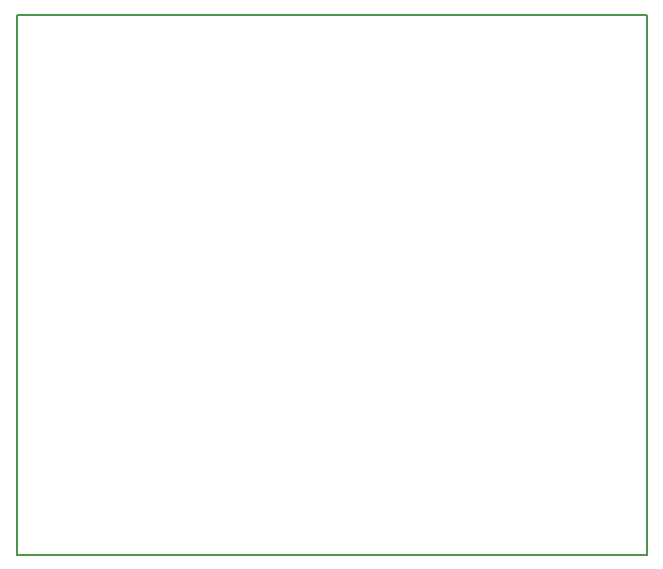
<source format=gbr>
G04 #@! TF.GenerationSoftware,KiCad,Pcbnew,(5.0.2)-1*
G04 #@! TF.CreationDate,2020-05-10T23:04:12+05:30*
G04 #@! TF.ProjectId,L298 Module,4c323938-204d-46f6-9475-6c652e6b6963,V1.0*
G04 #@! TF.SameCoordinates,Original*
G04 #@! TF.FileFunction,Profile,NP*
%FSLAX46Y46*%
G04 Gerber Fmt 4.6, Leading zero omitted, Abs format (unit mm)*
G04 Created by KiCad (PCBNEW (5.0.2)-1) date 05/10/20 23:04:12*
%MOMM*%
%LPD*%
G01*
G04 APERTURE LIST*
%ADD10C,0.150000*%
G04 APERTURE END LIST*
D10*
X119380000Y-120650000D02*
X119380000Y-74930000D01*
X172720000Y-120650000D02*
X119380000Y-120650000D01*
X172720000Y-74930000D02*
X172720000Y-120650000D01*
X119380000Y-74930000D02*
X172720000Y-74930000D01*
M02*

</source>
